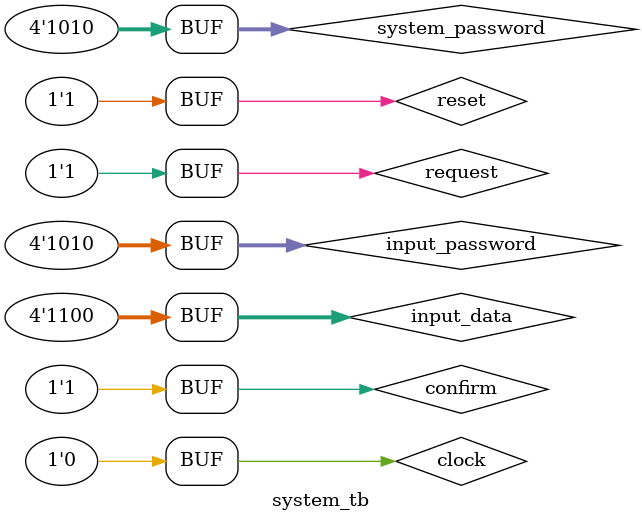
<source format=v>
`timescale 1ns / 1ps


module system_tb;

	// Inputs
	reg [3:0] system_password;
	reg request;
	reg [3:0] input_data;
	reg reset;
	reg clock;
	reg confirm;
	reg [3:0] input_password;

	// Outputs
	wire [3:0] qout_left;
	wire [3:0] qout_right;

	// Instantiate the Unit Under Test (UUT)
	system uut (
		.system_password(system_password), 
		.request(request), 
		.input_data(input_data), 
		.reset(reset), 
		.clock(clock), 
		.confirm(confirm), 
		.input_password(input_password), 
		.qout_left(qout_left), 
		.qout_right(qout_right)
	);

	initial
   begin
      clock = 1'b0;
      repeat (30)
      #10 clock = ~clock;
   end
	
	initial begin
		// Initialize Inputs
		system_password = 4'b1010;
		request = 1'b0;
		reset = 1'b0;
		
		
		#30
		reset = 1'b1;
		request = 1'b1;

		#30
		//S1
		request = 1'b1;
		confirm = 1'b1;
		input_password = 4'b1010;
		
		#40
		//S2
		request = 1'b1;
		confirm = 1'b1;
		input_data = 4'b1100;
		
		
	end
	
      
      
endmodule


</source>
